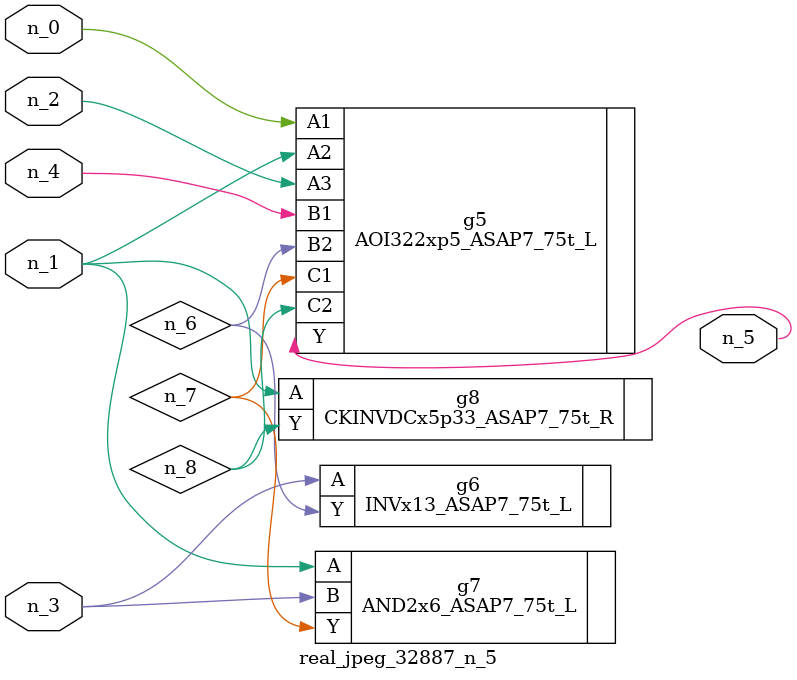
<source format=v>
module real_jpeg_32887_n_5 (n_4, n_0, n_1, n_2, n_3, n_5);

input n_4;
input n_0;
input n_1;
input n_2;
input n_3;

output n_5;

wire n_8;
wire n_6;
wire n_7;

AOI322xp5_ASAP7_75t_L g5 ( 
.A1(n_0),
.A2(n_1),
.A3(n_2),
.B1(n_4),
.B2(n_6),
.C1(n_7),
.C2(n_8),
.Y(n_5)
);

AND2x6_ASAP7_75t_L g7 ( 
.A(n_1),
.B(n_3),
.Y(n_7)
);

CKINVDCx5p33_ASAP7_75t_R g8 ( 
.A(n_1),
.Y(n_8)
);

INVx13_ASAP7_75t_L g6 ( 
.A(n_3),
.Y(n_6)
);


endmodule
</source>
